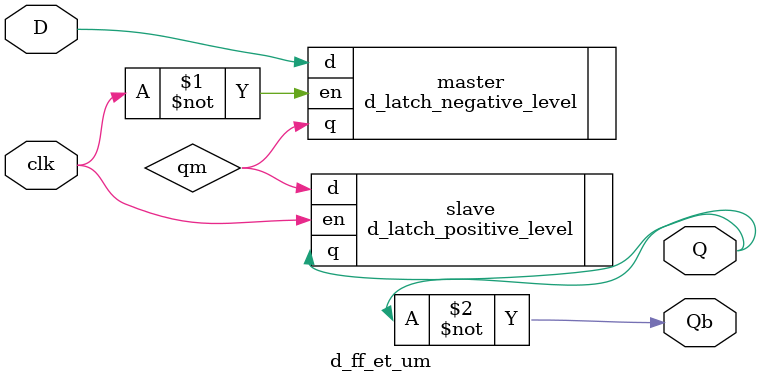
<source format=v>
`include "dlatch_positive_level_sensitive.v"
`include "dlatch_negative_level_sensitive.v"
module d_ff_et_um(D,clk,Q,Qb);
  input D,clk;
  output Q,Qb;
  wire qm;
  d_latch_negative_level master(.d(D),.en(~clk),.q(qm));
  d_latch_positive_level slave(.d(qm),.en(clk),.q(Q));
  assign Qb = ~Q;
endmodule

</source>
